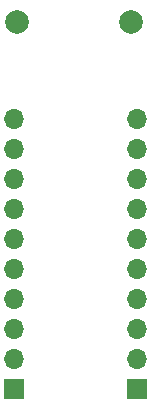
<source format=gbs>
%TF.GenerationSoftware,KiCad,Pcbnew,8.0.1*%
%TF.CreationDate,2024-05-08T00:25:35+01:00*%
%TF.ProjectId,hexpansion-breadboard-adapter,68657870-616e-4736-996f-6e2d62726561,rev?*%
%TF.SameCoordinates,Original*%
%TF.FileFunction,Soldermask,Bot*%
%TF.FilePolarity,Negative*%
%FSLAX46Y46*%
G04 Gerber Fmt 4.6, Leading zero omitted, Abs format (unit mm)*
G04 Created by KiCad (PCBNEW 8.0.1) date 2024-05-08 00:25:35*
%MOMM*%
%LPD*%
G01*
G04 APERTURE LIST*
%ADD10C,2.000000*%
%ADD11R,1.700000X1.700000*%
%ADD12O,1.700000X1.700000*%
G04 APERTURE END LIST*
D10*
%TO.C,J1*%
X76370950Y-57150000D03*
X85970950Y-57150000D03*
%TD*%
D11*
%TO.C,J3*%
X76072997Y-88264999D03*
D12*
X76072997Y-85724999D03*
X76072997Y-83184999D03*
X76072997Y-80644999D03*
X76072997Y-78104999D03*
X76072997Y-75564999D03*
X76072997Y-73024999D03*
X76072997Y-70484999D03*
X76072997Y-67944999D03*
X76072997Y-65404999D03*
%TD*%
D11*
%TO.C,J2*%
X86514997Y-88265001D03*
D12*
X86514997Y-85725001D03*
X86514997Y-83185001D03*
X86514997Y-80645001D03*
X86514997Y-78105001D03*
X86514997Y-75565001D03*
X86514997Y-73025001D03*
X86514997Y-70485001D03*
X86514997Y-67945001D03*
X86514997Y-65405001D03*
%TD*%
M02*

</source>
